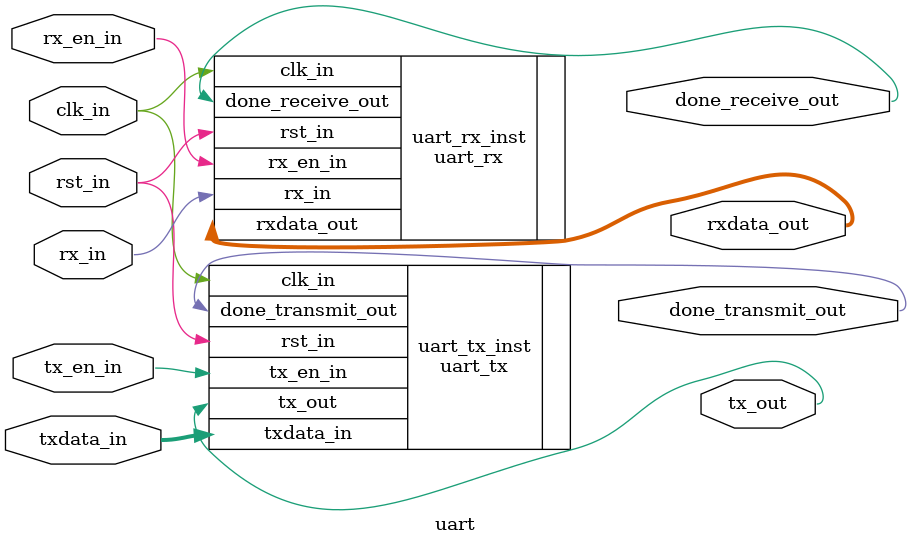
<source format=v>
/*
 * Copyright (C) 2022 nothingIIersonal.
 *
 * Licensed under the Apache License, Version 2.0 (the "License");
 * you may not use this file except in compliance with the License.
 * You may obtain a copy of the License at
 *
 *      http://www.apache.org/licenses/LICENSE-2.0
 *
 * Unless required by applicable law or agreed to in writing, software
 * distributed under the License is distributed on an "AS IS" BASIS,
 * WITHOUT WARRANTIES OR CONDITIONS OF ANY KIND, either express or implied.
 * See the License for the specific language governing permissions and
 * limitations under the License.
 */



`timescale 1ns / 1ps



/*
 *   __     __      __  __  _____ _    _ 
 *   \ \   / //\   |  \/  |/ ____| |  | |
 *    \ \_/ //  \  | \  / | |    | |  | |
 *     \   // /\ \ | |\/| | |    | |  | |
 *      | |/ ____ \| |  | | |____| |__| |
 *      |_/_/    \_\_|  |_|\_____|\____/
 * 
 *
 * UART module
 *
 * Designer : Magomedov R. M. (https://github.com/nothingIIersonal)
 * Designer : Glazunov  N. M. (https://github.com/nikikust        )
 *
 */



module uart
#
(
    parameter TX_CLK_RATE_MHz =  100,
    parameter RX_CLK_RATE_MHz =  100,
    parameter TX_DATA_WIDTH   =    8,
    parameter RX_DATA_WIDTH   =    8,
    parameter BOUDRATE        = 9600
)
(
    input  wire                        clk_in,
    input  wire                        rst_in,

    /*
        Enable signals
    */
    input  wire                        tx_en_in,
    input  wire                        rx_en_in,

    /*
        TX
    */
    input  wire [TX_DATA_WIDTH - 1: 0] txdata_in,
    output wire                        tx_out,
    output wire                        done_transmit_out,

    /*
        RX
    */
    input  wire                        rx_in,
    output wire [RX_DATA_WIDTH - 1: 0] rxdata_out,
    output wire                        done_receive_out
);

    localparam rx_clk_counter_width = $clog2(RX_CLK_RATE_MHz * 1000000 / BOUDRATE);
    localparam tx_clk_counter_width = $clog2(TX_CLK_RATE_MHz * 1000000 / BOUDRATE);
    localparam rx_counter_reg_width = $clog2(RX_DATA_WIDTH);
    localparam tx_counter_reg_width = $clog2(TX_DATA_WIDTH);
    localparam rx_clk_counter_inv   = RX_CLK_RATE_MHz * 1000000 / BOUDRATE;
    localparam tx_clk_counter_inv   = TX_CLK_RATE_MHz * 1000000 / BOUDRATE;


    uart_rx
    #
    (
        .CLK_RATE_MHz      ( RX_CLK_RATE_MHz * 1000000 ),
        .DATA_WIDTH        ( RX_DATA_WIDTH             ),
        .CLK_COUNTER_WIDTH ( rx_clk_counter_width      ),
        .COUNTER_REG_WIDTH ( rx_counter_reg_width      ),
        .CLK_COUNTER_INV   ( rx_clk_counter_inv        ),
        .BOUDRATE          ( BOUDRATE                  )
    )
    uart_rx_inst
    (
        .clk_in            ( clk_in           ), // in
        .rst_in            ( rst_in           ), // in

        .rx_en_in          ( rx_en_in         ), // in
        .rx_in             ( rx_in            ), // in
        .rxdata_out        ( rxdata_out       ), // out
        .done_receive_out  ( done_receive_out )  // out
    );


    uart_tx
    #
    (
        .CLK_RATE_MHz      ( TX_CLK_RATE_MHz * 1000000 ),
        .DATA_WIDTH        ( TX_DATA_WIDTH             ),
        .CLK_COUNTER_WIDTH ( tx_clk_counter_width      ),
        .COUNTER_REG_WIDTH ( tx_counter_reg_width      ),
        .CLK_COUNTER_INV   ( tx_clk_counter_inv        ),
        .BOUDRATE          ( BOUDRATE                  )
    )
    uart_tx_inst
    (
        .clk_in            ( clk_in            ), // in
        .rst_in            ( rst_in            ), // in

        .tx_en_in          ( tx_en_in          ), // in
        .txdata_in         ( txdata_in         ), // in
        .tx_out            ( tx_out            ), // out
        .done_transmit_out ( done_transmit_out )  // out
    );

endmodule

</source>
